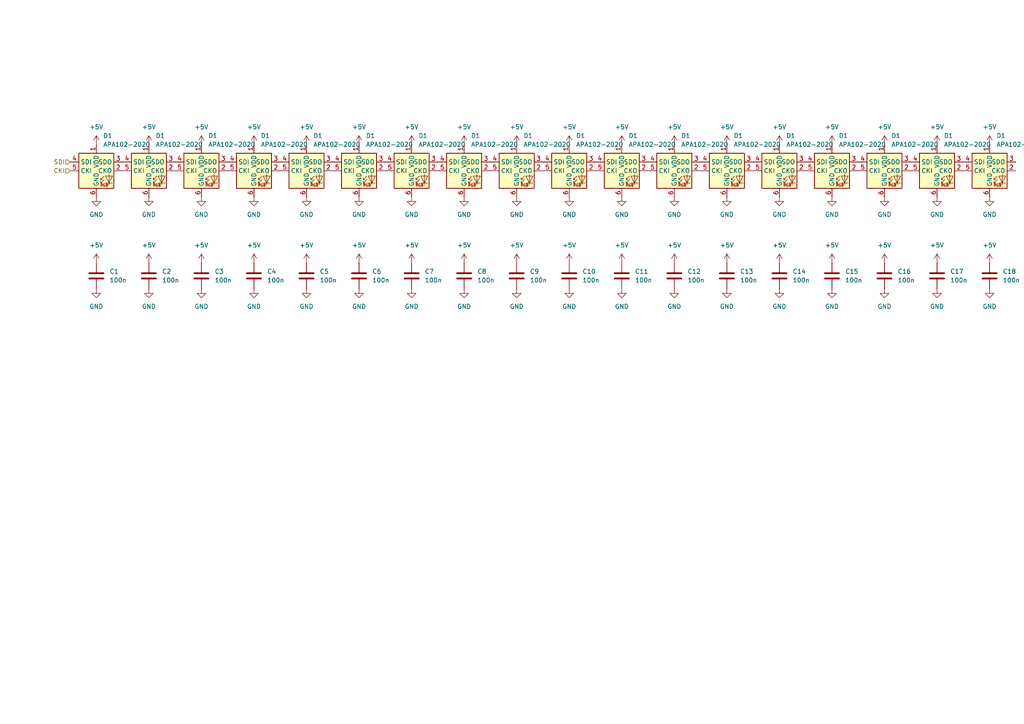
<source format=kicad_sch>
(kicad_sch (version 20230121) (generator eeschema)
  (paper "A4")
  (lib_symbols
    (symbol "Device:C" (pin_numbers hide) (pin_names (offset 0.254))
      (property "Reference" "C" (at 0.635 2.54 0))
      (property "Value" "C" (at 0.635 -2.54 0))
      (symbol "C_0_1"
        (polyline (pts (xy -2.032 -0.762) (xy 2.032 -0.762)) (stroke (width 0.508)))
        (polyline (pts (xy -2.032 0.762) (xy 2.032 0.762)) (stroke (width 0.508)))
      )
      (symbol "C_1_1"
        (pin passive line (at 0 3.81 270) (length 2.794) (name "~") (number "1"))
        (pin passive line (at 0 -3.81 90) (length 2.794) (name "~") (number "2"))
      )
    )
    (symbol "LED:APA102-2020"
      (property "Reference" "D" (at 5.08 5.715 0))
      (property "Value" "APA102-2020" (at 1.27 -5.715 0))
      (symbol "APA102-2020_0_0"
        (text "RGB" (at 2.286 -4.191 0) (effects (font (size 0.762 0.762))))
      )
      (symbol "APA102-2020_0_1"
        (polyline (pts (xy 1.27 -3.556) (xy 1.778 -3.556)))
        (polyline (pts (xy 1.27 -2.54) (xy 1.778 -2.54)))
        (polyline (pts (xy 4.699 -3.556) (xy 2.667 -3.556)))
        (polyline (pts (xy 2.286 -2.54) (xy 1.27 -3.556) (xy 1.27 -3.048)))
        (polyline (pts (xy 2.286 -1.524) (xy 1.27 -2.54) (xy 1.27 -2.032)))
        (polyline (pts (xy 3.683 -1.016) (xy 3.683 -3.556) (xy 3.683 -4.064)))
        (polyline (pts (xy 4.699 -1.524) (xy 2.667 -1.524) (xy 3.683 -3.556) (xy 4.699 -1.524)))
        (rectangle (start 5.08 5.08) (end -5.08 -5.08) (stroke (width 0.254)) (fill (type background)))
      )
      (symbol "APA102-2020_1_1"
        (pin power_in line (at 0 7.62 270) (length 2.54) (name "VDD") (number "1"))
        (pin output line (at 7.62 0 180) (length 2.54) (name "CKO") (number "2"))
        (pin output line (at 7.62 2.54 180) (length 2.54) (name "SDO") (number "3"))
        (pin input line (at -7.62 2.54 0) (length 2.54) (name "SDI") (number "4"))
        (pin input line (at -7.62 0 0) (length 2.54) (name "CKI") (number "5"))
        (pin power_in line (at 0 -7.62 90) (length 2.54) (name "GND") (number "6"))
      )
    )
    (symbol "power:+5V" (power) (pin_names (offset 0))
      (property "Value" "+5V" (at 0 3.556 0))
      (symbol "+5V_0_1"
        (polyline (pts (xy -0.762 1.27) (xy 0 2.54)))
        (polyline (pts (xy 0 0) (xy 0 2.54)))
        (polyline (pts (xy 0 2.54) (xy 0.762 1.27)))
      )
      (symbol "+5V_1_1"
        (pin power_in line (at 0 0 90) (length 0) hide (name "+5V") (number "1"))
      )
    )
    (symbol "power:GND" (power) (pin_names (offset 0))
      (property "Value" "GND" (at 0 -3.81 0))
      (symbol "GND_0_1"
        (polyline (pts (xy 0 0) (xy 0 -1.27) (xy 1.27 -1.27) (xy 0 -2.54) (xy -1.27 -1.27) (xy 0 -1.27)))
      )
      (symbol "GND_1_1"
        (pin power_in line (at 0 0 270) (length 0) hide (name "GND") (number "1"))
      )
    )
  )
  (hierarchical_label "SDI" (shape input) (at 20.32 46.99 180))
  (hierarchical_label "CKI" (shape input) (at 20.32 49.53 180))
  (symbol (lib_id "power:GND") (at 73.66 83.82 0) (unit 1)
    (property "Reference" "#PWR044" (effects hide))
    (property "Value" "GND" (at 73.66 88.9 0))
  )
  (symbol (lib_id "power:+5V") (at 73.66 76.2 0) (unit 1)
    (property "Reference" "#PWR043" (effects hide))
    (property "Value" "+5V" (at 73.66 71.12 0))
  )
  (symbol (lib_id "LED:APA102-2020") (at 119.38 49.53 0) (unit 1)
    (property "Reference" "D1" (at 121.3359 39.37 0) (effects (justify left)))
    (property "Value" "APA102-2020" (at 121.3359 41.91 0) (effects (justify left)))
    (property "Footprint" "project_lib:LED-APA102-2020" (effects hide))
    (property "Datasheet" "http://www.led-color.com/upload/201604/APA102-2020%20SMD%20LED.pdf" (effects hide))
    (instances (project "knob_top" (path "" (reference "D1") (unit 1)) (path "" (reference "D7") (unit 1))))
  )
  (symbol (lib_id "power:+5V") (at 134.62 41.91 0) (unit 1)
    (property "Reference" "#PWR015" (effects hide))
    (property "Value" "+5V" (at 134.62 36.83 0))
  )
  (symbol (lib_id "power:GND") (at 27.94 83.82 0) (unit 1)
    (property "Reference" "#PWR038" (effects hide))
    (property "Value" "GND" (at 27.94 88.9 0))
  )
  (symbol (lib_id "LED:APA102-2020") (at 88.9 49.53 0) (unit 1)
    (property "Reference" "D1" (at 90.8559 39.37 0) (effects (justify left)))
    (property "Value" "APA102-2020" (at 90.8559 41.91 0) (effects (justify left)))
    (property "Footprint" "project_lib:LED-APA102-2020" (effects hide))
    (property "Datasheet" "http://www.led-color.com/upload/201604/APA102-2020%20SMD%20LED.pdf" (effects hide))
    (instances (project "knob_top" (path "" (reference "D1") (unit 1)) (path "" (reference "D5") (unit 1))))
  )
  (symbol (lib_id "power:+5V") (at 58.42 41.91 0) (unit 1)
    (property "Reference" "#PWR05" (effects hide))
    (property "Value" "+5V" (at 58.42 36.83 0))
  )
  (symbol (lib_id "power:+5V") (at 43.18 41.91 0) (unit 1)
    (property "Reference" "#PWR03" (effects hide))
    (property "Value" "+5V" (at 43.18 36.83 0))
  )
  (symbol (lib_id "power:GND") (at 287.02 57.15 0) (unit 1)
    (property "Reference" "#PWR036" (effects hide))
    (property "Value" "GND" (at 287.02 62.23 0))
  )
  (symbol (lib_id "LED:APA102-2020") (at 271.78 49.53 0) (unit 1)
    (property "Reference" "D1" (at 273.7359 39.37 0) (effects (justify left)))
    (property "Value" "APA102-2020" (at 273.7359 41.91 0) (effects (justify left)))
    (property "Footprint" "project_lib:LED-APA102-2020" (effects hide))
    (property "Datasheet" "http://www.led-color.com/upload/201604/APA102-2020%20SMD%20LED.pdf" (effects hide))
    (instances (project "knob_top" (path "" (reference "D1") (unit 1)) (path "" (reference "D17") (unit 1))))
  )
  (symbol (lib_id "LED:APA102-2020") (at 195.58 49.53 0) (unit 1)
    (property "Reference" "D1" (at 197.5359 39.37 0) (effects (justify left)))
    (property "Value" "APA102-2020" (at 197.5359 41.91 0) (effects (justify left)))
    (property "Footprint" "project_lib:LED-APA102-2020" (effects hide))
    (property "Datasheet" "http://www.led-color.com/upload/201604/APA102-2020%20SMD%20LED.pdf" (effects hide))
    (instances (project "knob_top" (path "" (reference "D1") (unit 1)) (path "" (reference "D12") (unit 1))))
  )
  (symbol (lib_id "LED:APA102-2020") (at 73.66 49.53 0) (unit 1)
    (property "Reference" "D1" (at 75.6159 39.37 0) (effects (justify left)))
    (property "Value" "APA102-2020" (at 75.6159 41.91 0) (effects (justify left)))
    (property "Footprint" "project_lib:LED-APA102-2020" (effects hide))
    (property "Datasheet" "http://www.led-color.com/upload/201604/APA102-2020%20SMD%20LED.pdf" (effects hide))
    (instances (project "knob_top" (path "" (reference "D1") (unit 1)) (path "" (reference "D4") (unit 1))))
  )
  (symbol (lib_id "power:GND") (at 210.82 57.15 0) (unit 1)
    (property "Reference" "#PWR026" (effects hide))
    (property "Value" "GND" (at 210.82 62.23 0))
  )
  (symbol (lib_id "power:GND") (at 88.9 57.15 0) (unit 1)
    (property "Reference" "#PWR010" (effects hide))
    (property "Value" "GND" (at 88.9 62.23 0))
  )
  (symbol (lib_id "Device:C") (at 104.14 80.01 0) (unit 1)
    (property "Reference" "C6" (at 107.95 78.74 0) (effects (justify left)))
    (property "Value" "100n" (at 107.95 81.28 0) (effects (justify left)))
    (property "Footprint" "Capacitor_SMD:C_0402_1005Metric" (effects hide))
  )
  (symbol (lib_id "power:+5V") (at 256.54 41.91 0) (unit 1)
    (property "Reference" "#PWR031" (effects hide))
    (property "Value" "+5V" (at 256.54 36.83 0))
  )
  (symbol (lib_id "LED:APA102-2020") (at 104.14 49.53 0) (unit 1)
    (property "Reference" "D1" (at 106.0959 39.37 0) (effects (justify left)))
    (property "Value" "APA102-2020" (at 106.0959 41.91 0) (effects (justify left)))
    (property "Footprint" "project_lib:LED-APA102-2020" (effects hide))
    (property "Datasheet" "http://www.led-color.com/upload/201604/APA102-2020%20SMD%20LED.pdf" (effects hide))
    (instances (project "knob_top" (path "" (reference "D1") (unit 1)) (path "" (reference "D6") (unit 1))))
  )
  (symbol (lib_id "power:GND") (at 149.86 57.15 0) (unit 1)
    (property "Reference" "#PWR018" (effects hide))
    (property "Value" "GND" (at 149.86 62.23 0))
  )
  (symbol (lib_id "LED:APA102-2020") (at 256.54 49.53 0) (unit 1)
    (property "Reference" "D1" (at 258.4959 39.37 0) (effects (justify left)))
    (property "Value" "APA102-2020" (at 258.4959 41.91 0) (effects (justify left)))
    (property "Footprint" "project_lib:LED-APA102-2020" (effects hide))
    (property "Datasheet" "http://www.led-color.com/upload/201604/APA102-2020%20SMD%20LED.pdf" (effects hide))
    (instances (project "knob_top" (path "" (reference "D1") (unit 1)) (path "" (reference "D16") (unit 1))))
  )
  (symbol (lib_id "power:GND") (at 88.9 83.82 0) (unit 1)
    (property "Reference" "#PWR046" (effects hide))
    (property "Value" "GND" (at 88.9 88.9 0))
  )
  (symbol (lib_id "Device:C") (at 180.34 80.01 0) (unit 1)
    (property "Reference" "C11" (at 184.15 78.74 0) (effects (justify left)))
    (property "Value" "100n" (at 184.15 81.28 0) (effects (justify left)))
    (property "Footprint" "Capacitor_SMD:C_0402_1005Metric" (effects hide))
  )
  (symbol (lib_id "power:GND") (at 73.66 57.15 0) (unit 1)
    (property "Reference" "#PWR08" (effects hide))
    (property "Value" "GND" (at 73.66 62.23 0))
  )
  (symbol (lib_id "power:+5V") (at 180.34 41.91 0) (unit 1)
    (property "Reference" "#PWR021" (effects hide))
    (property "Value" "+5V" (at 180.34 36.83 0))
  )
  (symbol (lib_id "Device:C") (at 226.06 80.01 0) (unit 1)
    (property "Reference" "C14" (at 229.87 78.74 0) (effects (justify left)))
    (property "Value" "100n" (at 229.87 81.28 0) (effects (justify left)))
    (property "Footprint" "Capacitor_SMD:C_0402_1005Metric" (effects hide))
  )
  (symbol (lib_id "power:GND") (at 149.86 83.82 0) (unit 1)
    (property "Reference" "#PWR054" (effects hide))
    (property "Value" "GND" (at 149.86 88.9 0))
  )
  (symbol (lib_id "power:+5V") (at 43.18 76.2 0) (unit 1)
    (property "Reference" "#PWR039" (effects hide))
    (property "Value" "+5V" (at 43.18 71.12 0))
  )
  (symbol (lib_id "power:+5V") (at 58.42 76.2 0) (unit 1)
    (property "Reference" "#PWR041" (effects hide))
    (property "Value" "+5V" (at 58.42 71.12 0))
  )
  (symbol (lib_id "power:GND") (at 43.18 57.15 0) (unit 1)
    (property "Reference" "#PWR04" (effects hide))
    (property "Value" "GND" (at 43.18 62.23 0))
  )
  (symbol (lib_id "power:+5V") (at 180.34 76.2 0) (unit 1)
    (property "Reference" "#PWR057" (effects hide))
    (property "Value" "+5V" (at 180.34 71.12 0))
  )
  (symbol (lib_id "Device:C") (at 43.18 80.01 0) (unit 1)
    (property "Reference" "C2" (at 46.99 78.74 0) (effects (justify left)))
    (property "Value" "100n" (at 46.99 81.28 0) (effects (justify left)))
    (property "Footprint" "Capacitor_SMD:C_0402_1005Metric" (effects hide))
  )
  (symbol (lib_id "power:+5V") (at 88.9 76.2 0) (unit 1)
    (property "Reference" "#PWR045" (effects hide))
    (property "Value" "+5V" (at 88.9 71.12 0))
  )
  (symbol (lib_id "power:+5V") (at 195.58 76.2 0) (unit 1)
    (property "Reference" "#PWR059" (effects hide))
    (property "Value" "+5V" (at 195.58 71.12 0))
  )
  (symbol (lib_id "power:+5V") (at 73.66 41.91 0) (unit 1)
    (property "Reference" "#PWR07" (effects hide))
    (property "Value" "+5V" (at 73.66 36.83 0))
  )
  (symbol (lib_id "power:+5V") (at 287.02 76.2 0) (unit 1)
    (property "Reference" "#PWR071" (effects hide))
    (property "Value" "+5V" (at 287.02 71.12 0))
  )
  (symbol (lib_id "power:+5V") (at 134.62 76.2 0) (unit 1)
    (property "Reference" "#PWR051" (effects hide))
    (property "Value" "+5V" (at 134.62 71.12 0))
  )
  (symbol (lib_id "LED:APA102-2020") (at 43.18 49.53 0) (unit 1)
    (property "Reference" "D1" (at 45.1359 39.37 0) (effects (justify left)))
    (property "Value" "APA102-2020" (at 45.1359 41.91 0) (effects (justify left)))
    (property "Footprint" "project_lib:LED-APA102-2020" (effects hide))
    (property "Datasheet" "http://www.led-color.com/upload/201604/APA102-2020%20SMD%20LED.pdf" (effects hide))
    (instances (project "knob_top" (path "" (reference "D1") (unit 1)) (path "" (reference "D2") (unit 1))))
  )
  (symbol (lib_id "power:GND") (at 58.42 83.82 0) (unit 1)
    (property "Reference" "#PWR042" (effects hide))
    (property "Value" "GND" (at 58.42 88.9 0))
  )
  (symbol (lib_id "LED:APA102-2020") (at 210.82 49.53 0) (unit 1)
    (property "Reference" "D1" (at 212.7759 39.37 0) (effects (justify left)))
    (property "Value" "APA102-2020" (at 212.7759 41.91 0) (effects (justify left)))
    (property "Footprint" "project_lib:LED-APA102-2020" (effects hide))
    (property "Datasheet" "http://www.led-color.com/upload/201604/APA102-2020%20SMD%20LED.pdf" (effects hide))
    (instances (project "knob_top" (path "" (reference "D1") (unit 1)) (path "" (reference "D13") (unit 1))))
  )
  (symbol (lib_id "power:GND") (at 256.54 83.82 0) (unit 1)
    (property "Reference" "#PWR068" (effects hide))
    (property "Value" "GND" (at 256.54 88.9 0))
  )
  (symbol (lib_id "Device:C") (at 73.66 80.01 0) (unit 1)
    (property "Reference" "C4" (at 77.47 78.74 0) (effects (justify left)))
    (property "Value" "100n" (at 77.47 81.28 0) (effects (justify left)))
    (property "Footprint" "Capacitor_SMD:C_0402_1005Metric" (effects hide))
  )
  (symbol (lib_id "LED:APA102-2020") (at 134.62 49.53 0) (unit 1)
    (property "Reference" "D1" (at 136.5759 39.37 0) (effects (justify left)))
    (property "Value" "APA102-2020" (at 136.5759 41.91 0) (effects (justify left)))
    (property "Footprint" "project_lib:LED-APA102-2020" (effects hide))
    (property "Datasheet" "http://www.led-color.com/upload/201604/APA102-2020%20SMD%20LED.pdf" (effects hide))
    (instances (project "knob_top" (path "" (reference "D1") (unit 1)) (path "" (reference "D8") (unit 1))))
  )
  (symbol (lib_id "power:GND") (at 180.34 83.82 0) (unit 1)
    (property "Reference" "#PWR058" (effects hide))
    (property "Value" "GND" (at 180.34 88.9 0))
  )
  (symbol (lib_id "power:+5V") (at 287.02 41.91 0) (unit 1)
    (property "Reference" "#PWR035" (effects hide))
    (property "Value" "+5V" (at 287.02 36.83 0))
  )
  (symbol (lib_id "power:GND") (at 104.14 57.15 0) (unit 1)
    (property "Reference" "#PWR012" (effects hide))
    (property "Value" "GND" (at 104.14 62.23 0))
  )
  (symbol (lib_id "power:+5V") (at 210.82 41.91 0) (unit 1)
    (property "Reference" "#PWR025" (effects hide))
    (property "Value" "+5V" (at 210.82 36.83 0))
  )
  (symbol (lib_id "power:+5V") (at 27.94 41.91 0) (unit 1)
    (property "Reference" "#PWR02" (effects hide))
    (property "Value" "+5V" (at 27.94 36.83 0))
  )
  (symbol (lib_id "Device:C") (at 210.82 80.01 0) (unit 1)
    (property "Reference" "C13" (at 214.63 78.74 0) (effects (justify left)))
    (property "Value" "100n" (at 214.63 81.28 0) (effects (justify left)))
    (property "Footprint" "Capacitor_SMD:C_0402_1005Metric" (effects hide))
  )
  (symbol (lib_id "power:GND") (at 195.58 57.15 0) (unit 1)
    (property "Reference" "#PWR024" (effects hide))
    (property "Value" "GND" (at 195.58 62.23 0))
  )
  (symbol (lib_id "power:GND") (at 134.62 83.82 0) (unit 1)
    (property "Reference" "#PWR052" (effects hide))
    (property "Value" "GND" (at 134.62 88.9 0))
  )
  (symbol (lib_id "LED:APA102-2020") (at 58.42 49.53 0) (unit 1)
    (property "Reference" "D1" (at 60.3759 39.37 0) (effects (justify left)))
    (property "Value" "APA102-2020" (at 60.3759 41.91 0) (effects (justify left)))
    (property "Footprint" "project_lib:LED-APA102-2020" (effects hide))
    (property "Datasheet" "http://www.led-color.com/upload/201604/APA102-2020%20SMD%20LED.pdf" (effects hide))
    (instances (project "knob_top" (path "" (reference "D1") (unit 1)) (path "" (reference "D3") (unit 1))))
  )
  (symbol (lib_id "power:+5V") (at 27.94 76.2 0) (unit 1)
    (property "Reference" "#PWR037" (effects hide))
    (property "Value" "+5V" (at 27.94 71.12 0))
  )
  (symbol (lib_id "power:+5V") (at 119.38 41.91 0) (unit 1)
    (property "Reference" "#PWR013" (effects hide))
    (property "Value" "+5V" (at 119.38 36.83 0))
  )
  (symbol (lib_id "power:+5V") (at 271.78 41.91 0) (unit 1)
    (property "Reference" "#PWR033" (effects hide))
    (property "Value" "+5V" (at 271.78 36.83 0))
  )
  (symbol (lib_id "power:GND") (at 210.82 83.82 0) (unit 1)
    (property "Reference" "#PWR062" (effects hide))
    (property "Value" "GND" (at 210.82 88.9 0))
  )
  (symbol (lib_id "Device:C") (at 149.86 80.01 0) (unit 1)
    (property "Reference" "C9" (at 153.67 78.74 0) (effects (justify left)))
    (property "Value" "100n" (at 153.67 81.28 0) (effects (justify left)))
    (property "Footprint" "Capacitor_SMD:C_0402_1005Metric" (effects hide))
  )
  (symbol (lib_id "power:GND") (at 58.42 57.15 0) (unit 1)
    (property "Reference" "#PWR06" (effects hide))
    (property "Value" "GND" (at 58.42 62.23 0))
  )
  (symbol (lib_id "power:GND") (at 119.38 57.15 0) (unit 1)
    (property "Reference" "#PWR014" (effects hide))
    (property "Value" "GND" (at 119.38 62.23 0))
  )
  (symbol (lib_id "power:GND") (at 119.38 83.82 0) (unit 1)
    (property "Reference" "#PWR050" (effects hide))
    (property "Value" "GND" (at 119.38 88.9 0))
  )
  (symbol (lib_id "Device:C") (at 58.42 80.01 0) (unit 1)
    (property "Reference" "C3" (at 62.23 78.74 0) (effects (justify left)))
    (property "Value" "100n" (at 62.23 81.28 0) (effects (justify left)))
    (property "Footprint" "Capacitor_SMD:C_0402_1005Metric" (effects hide))
  )
  (symbol (lib_id "power:GND") (at 287.02 83.82 0) (unit 1)
    (property "Reference" "#PWR072" (effects hide))
    (property "Value" "GND" (at 287.02 88.9 0))
  )
  (symbol (lib_id "power:GND") (at 27.94 57.15 0) (unit 1)
    (property "Reference" "#PWR01" (effects hide))
    (property "Value" "GND" (at 27.94 62.23 0))
  )
  (symbol (lib_id "power:GND") (at 241.3 57.15 0) (unit 1)
    (property "Reference" "#PWR030" (effects hide))
    (property "Value" "GND" (at 241.3 62.23 0))
  )
  (symbol (lib_id "LED:APA102-2020") (at 241.3 49.53 0) (unit 1)
    (property "Reference" "D1" (at 243.2559 39.37 0) (effects (justify left)))
    (property "Value" "APA102-2020" (at 243.2559 41.91 0) (effects (justify left)))
    (property "Footprint" "project_lib:LED-APA102-2020" (effects hide))
    (property "Datasheet" "http://www.led-color.com/upload/201604/APA102-2020%20SMD%20LED.pdf" (effects hide))
    (instances (project "knob_top" (path "" (reference "D1") (unit 1)) (path "" (reference "D15") (unit 1))))
  )
  (symbol (lib_id "power:GND") (at 271.78 57.15 0) (unit 1)
    (property "Reference" "#PWR034" (effects hide))
    (property "Value" "GND" (at 271.78 62.23 0))
  )
  (symbol (lib_id "power:+5V") (at 241.3 41.91 0) (unit 1)
    (property "Reference" "#PWR029" (effects hide))
    (property "Value" "+5V" (at 241.3 36.83 0))
  )
  (symbol (lib_id "power:+5V") (at 195.58 41.91 0) (unit 1)
    (property "Reference" "#PWR023" (effects hide))
    (property "Value" "+5V" (at 195.58 36.83 0))
  )
  (symbol (lib_id "Device:C") (at 134.62 80.01 0) (unit 1)
    (property "Reference" "C8" (at 138.43 78.74 0) (effects (justify left)))
    (property "Value" "100n" (at 138.43 81.28 0) (effects (justify left)))
    (property "Footprint" "Capacitor_SMD:C_0402_1005Metric" (effects hide))
  )
  (symbol (lib_id "power:GND") (at 104.14 83.82 0) (unit 1)
    (property "Reference" "#PWR048" (effects hide))
    (property "Value" "GND" (at 104.14 88.9 0))
  )
  (symbol (lib_id "Device:C") (at 165.1 80.01 0) (unit 1)
    (property "Reference" "C10" (at 168.91 78.74 0) (effects (justify left)))
    (property "Value" "100n" (at 168.91 81.28 0) (effects (justify left)))
    (property "Footprint" "Capacitor_SMD:C_0402_1005Metric" (effects hide))
  )
  (symbol (lib_id "Device:C") (at 88.9 80.01 0) (unit 1)
    (property "Reference" "C5" (at 92.71 78.74 0) (effects (justify left)))
    (property "Value" "100n" (at 92.71 81.28 0) (effects (justify left)))
    (property "Footprint" "Capacitor_SMD:C_0402_1005Metric" (effects hide))
  )
  (symbol (lib_id "LED:APA102-2020") (at 165.1 49.53 0) (unit 1)
    (property "Reference" "D1" (at 167.0559 39.37 0) (effects (justify left)))
    (property "Value" "APA102-2020" (at 167.0559 41.91 0) (effects (justify left)))
    (property "Footprint" "project_lib:LED-APA102-2020" (effects hide))
    (property "Datasheet" "http://www.led-color.com/upload/201604/APA102-2020%20SMD%20LED.pdf" (effects hide))
    (instances (project "knob_top" (path "" (reference "D1") (unit 1)) (path "" (reference "D10") (unit 1))))
  )
  (symbol (lib_id "power:+5V") (at 149.86 76.2 0) (unit 1)
    (property "Reference" "#PWR053" (effects hide))
    (property "Value" "+5V" (at 149.86 71.12 0))
  )
  (symbol (lib_id "power:+5V") (at 119.38 76.2 0) (unit 1)
    (property "Reference" "#PWR049" (effects hide))
    (property "Value" "+5V" (at 119.38 71.12 0))
  )
  (symbol (lib_id "LED:APA102-2020") (at 180.34 49.53 0) (unit 1)
    (property "Reference" "D1" (at 182.2959 39.37 0) (effects (justify left)))
    (property "Value" "APA102-2020" (at 182.2959 41.91 0) (effects (justify left)))
    (property "Footprint" "project_lib:LED-APA102-2020" (effects hide))
    (property "Datasheet" "http://www.led-color.com/upload/201604/APA102-2020%20SMD%20LED.pdf" (effects hide))
    (instances (project "knob_top" (path "" (reference "D1") (unit 1)) (path "" (reference "D11") (unit 1))))
  )
  (symbol (lib_id "power:+5V") (at 88.9 41.91 0) (unit 1)
    (property "Reference" "#PWR09" (effects hide))
    (property "Value" "+5V" (at 88.9 36.83 0))
  )
  (symbol (lib_id "LED:APA102-2020") (at 226.06 49.53 0) (unit 1)
    (property "Reference" "D1" (at 228.0159 39.37 0) (effects (justify left)))
    (property "Value" "APA102-2020" (at 228.0159 41.91 0) (effects (justify left)))
    (property "Footprint" "project_lib:LED-APA102-2020" (effects hide))
    (property "Datasheet" "http://www.led-color.com/upload/201604/APA102-2020%20SMD%20LED.pdf" (effects hide))
    (instances (project "knob_top" (path "" (reference "D1") (unit 1)) (path "" (reference "D14") (unit 1))))
  )
  (symbol (lib_id "power:GND") (at 195.58 83.82 0) (unit 1)
    (property "Reference" "#PWR060" (effects hide))
    (property "Value" "GND" (at 195.58 88.9 0))
  )
  (symbol (lib_id "Device:C") (at 241.3 80.01 0) (unit 1)
    (property "Reference" "C15" (at 245.11 78.74 0) (effects (justify left)))
    (property "Value" "100n" (at 245.11 81.28 0) (effects (justify left)))
    (property "Footprint" "Capacitor_SMD:C_0402_1005Metric" (effects hide))
  )
  (symbol (lib_id "power:+5V") (at 165.1 76.2 0) (unit 1)
    (property "Reference" "#PWR055" (effects hide))
    (property "Value" "+5V" (at 165.1 71.12 0))
  )
  (symbol (lib_id "LED:APA102-2020") (at 149.86 49.53 0) (unit 1)
    (property "Reference" "D1" (at 151.8159 39.37 0) (effects (justify left)))
    (property "Value" "APA102-2020" (at 151.8159 41.91 0) (effects (justify left)))
    (property "Footprint" "project_lib:LED-APA102-2020" (effects hide))
    (property "Datasheet" "http://www.led-color.com/upload/201604/APA102-2020%20SMD%20LED.pdf" (effects hide))
    (instances (project "knob_top" (path "" (reference "D1") (unit 1)) (path "" (reference "D9") (unit 1))))
  )
  (symbol (lib_id "power:GND") (at 134.62 57.15 0) (unit 1)
    (property "Reference" "#PWR016" (effects hide))
    (property "Value" "GND" (at 134.62 62.23 0))
  )
  (symbol (lib_id "LED:APA102-2020") (at 287.02 49.53 0) (unit 1)
    (property "Reference" "D1" (at 288.9759 39.37 0) (effects (justify left)))
    (property "Value" "APA102-2020" (at 288.9759 41.91 0) (effects (justify left)))
    (property "Footprint" "project_lib:LED-APA102-2020" (effects hide))
    (property "Datasheet" "http://www.led-color.com/upload/201604/APA102-2020%20SMD%20LED.pdf" (effects hide))
    (instances (project "knob_top" (path "" (reference "D1") (unit 1)) (path "" (reference "D18") (unit 1))))
  )
  (symbol (lib_id "Device:C") (at 271.78 80.01 0) (unit 1)
    (property "Reference" "C17" (at 275.59 78.74 0) (effects (justify left)))
    (property "Value" "100n" (at 275.59 81.28 0) (effects (justify left)))
    (property "Footprint" "Capacitor_SMD:C_0402_1005Metric" (effects hide))
  )
  (symbol (lib_id "power:GND") (at 256.54 57.15 0) (unit 1)
    (property "Reference" "#PWR032" (effects hide))
    (property "Value" "GND" (at 256.54 62.23 0))
  )
  (symbol (lib_id "power:GND") (at 226.06 57.15 0) (unit 1)
    (property "Reference" "#PWR028" (effects hide))
    (property "Value" "GND" (at 226.06 62.23 0))
  )
  (symbol (lib_id "power:+5V") (at 104.14 76.2 0) (unit 1)
    (property "Reference" "#PWR047" (effects hide))
    (property "Value" "+5V" (at 104.14 71.12 0))
  )
  (symbol (lib_id "power:GND") (at 241.3 83.82 0) (unit 1)
    (property "Reference" "#PWR066" (effects hide))
    (property "Value" "GND" (at 241.3 88.9 0))
  )
  (symbol (lib_id "power:GND") (at 165.1 83.82 0) (unit 1)
    (property "Reference" "#PWR056" (effects hide))
    (property "Value" "GND" (at 165.1 88.9 0))
  )
  (symbol (lib_id "power:+5V") (at 241.3 76.2 0) (unit 1)
    (property "Reference" "#PWR065" (effects hide))
    (property "Value" "+5V" (at 241.3 71.12 0))
  )
  (symbol (lib_id "power:+5V") (at 226.06 41.91 0) (unit 1)
    (property "Reference" "#PWR027" (effects hide))
    (property "Value" "+5V" (at 226.06 36.83 0))
  )
  (symbol (lib_id "power:+5V") (at 256.54 76.2 0) (unit 1)
    (property "Reference" "#PWR067" (effects hide))
    (property "Value" "+5V" (at 256.54 71.12 0))
  )
  (symbol (lib_id "power:+5V") (at 271.78 76.2 0) (unit 1)
    (property "Reference" "#PWR069" (effects hide))
    (property "Value" "+5V" (at 271.78 71.12 0))
  )
  (symbol (lib_id "power:+5V") (at 165.1 41.91 0) (unit 1)
    (property "Reference" "#PWR019" (effects hide))
    (property "Value" "+5V" (at 165.1 36.83 0))
  )
  (symbol (lib_id "Device:C") (at 195.58 80.01 0) (unit 1)
    (property "Reference" "C12" (at 199.39 78.74 0) (effects (justify left)))
    (property "Value" "100n" (at 199.39 81.28 0) (effects (justify left)))
    (property "Footprint" "Capacitor_SMD:C_0402_1005Metric" (effects hide))
  )
  (symbol (lib_id "LED:APA102-2020") (at 27.94 49.53 0) (unit 1)
    (property "Reference" "D1" (at 29.8959 39.37 0) (effects (justify left)))
    (property "Value" "APA102-2020" (at 29.8959 41.91 0) (effects (justify left)))
    (property "Footprint" "project_lib:LED-APA102-2020" (effects hide))
    (property "Datasheet" "http://www.led-color.com/upload/201604/APA102-2020%20SMD%20LED.pdf" (effects hide))
  )
  (symbol (lib_id "power:+5V") (at 226.06 76.2 0) (unit 1)
    (property "Reference" "#PWR063" (effects hide))
    (property "Value" "+5V" (at 226.06 71.12 0))
  )
  (symbol (lib_id "Device:C") (at 119.38 80.01 0) (unit 1)
    (property "Reference" "C7" (at 123.19 78.74 0) (effects (justify left)))
    (property "Value" "100n" (at 123.19 81.28 0) (effects (justify left)))
    (property "Footprint" "Capacitor_SMD:C_0402_1005Metric" (effects hide))
  )
  (symbol (lib_id "power:+5V") (at 210.82 76.2 0) (unit 1)
    (property "Reference" "#PWR061" (effects hide))
    (property "Value" "+5V" (at 210.82 71.12 0))
  )
  (symbol (lib_id "power:GND") (at 226.06 83.82 0) (unit 1)
    (property "Reference" "#PWR064" (effects hide))
    (property "Value" "GND" (at 226.06 88.9 0))
  )
  (symbol (lib_id "power:+5V") (at 104.14 41.91 0) (unit 1)
    (property "Reference" "#PWR011" (effects hide))
    (property "Value" "+5V" (at 104.14 36.83 0))
  )
  (symbol (lib_id "power:GND") (at 43.18 83.82 0) (unit 1)
    (property "Reference" "#PWR040" (effects hide))
    (property "Value" "GND" (at 43.18 88.9 0))
  )
  (symbol (lib_id "power:+5V") (at 149.86 41.91 0) (unit 1)
    (property "Reference" "#PWR017" (effects hide))
    (property "Value" "+5V" (at 149.86 36.83 0))
  )
  (symbol (lib_id "Device:C") (at 27.94 80.01 0) (unit 1)
    (property "Reference" "C1" (at 31.75 78.74 0) (effects (justify left)))
    (property "Value" "100n" (at 31.75 81.28 0) (effects (justify left)))
    (property "Footprint" "Capacitor_SMD:C_0402_1005Metric" (effects hide))
  )
  (symbol (lib_id "power:GND") (at 271.78 83.82 0) (unit 1)
    (property "Reference" "#PWR070" (effects hide))
    (property "Value" "GND" (at 271.78 88.9 0))
  )
  (symbol (lib_id "Device:C") (at 256.54 80.01 0) (unit 1)
    (property "Reference" "C16" (at 260.35 78.74 0) (effects (justify left)))
    (property "Value" "100n" (at 260.35 81.28 0) (effects (justify left)))
    (property "Footprint" "Capacitor_SMD:C_0402_1005Metric" (effects hide))
  )
  (symbol (lib_id "power:GND") (at 180.34 57.15 0) (unit 1)
    (property "Reference" "#PWR022" (effects hide))
    (property "Value" "GND" (at 180.34 62.23 0))
  )
  (symbol (lib_id "power:GND") (at 165.1 57.15 0) (unit 1)
    (property "Reference" "#PWR020" (effects hide))
    (property "Value" "GND" (at 165.1 62.23 0))
  )
  (symbol (lib_id "Device:C") (at 287.02 80.01 0) (unit 1)
    (property "Reference" "C18" (at 290.83 78.74 0) (effects (justify left)))
    (property "Value" "100n" (at 290.83 81.28 0) (effects (justify left)))
    (property "Footprint" "Capacitor_SMD:C_0402_1005Metric" (effects hide))
  )
)
</source>
